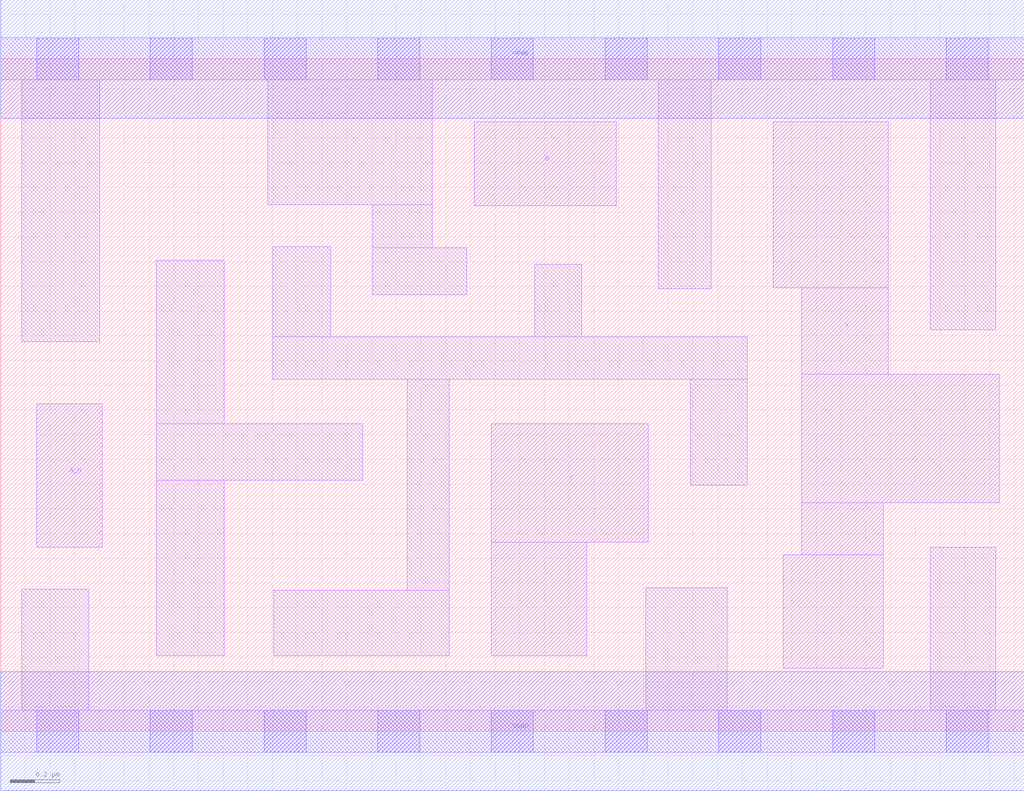
<source format=lef>
# Copyright 2020 The SkyWater PDK Authors
#
# Licensed under the Apache License, Version 2.0 (the "License");
# you may not use this file except in compliance with the License.
# You may obtain a copy of the License at
#
#     https://www.apache.org/licenses/LICENSE-2.0
#
# Unless required by applicable law or agreed to in writing, software
# distributed under the License is distributed on an "AS IS" BASIS,
# WITHOUT WARRANTIES OR CONDITIONS OF ANY KIND, either express or implied.
# See the License for the specific language governing permissions and
# limitations under the License.
#
# SPDX-License-Identifier: Apache-2.0

VERSION 5.7 ;
BUSBITCHARS "[]" ;
DIVIDERCHAR "/" ;
PROPERTYDEFINITIONS
  MACRO maskLayoutSubType STRING ;
  MACRO prCellType STRING ;
  MACRO originalViewName STRING ;
END PROPERTYDEFINITIONS
MACRO sky130_fd_sc_hdll__and3b_2
  ORIGIN  0.000000  0.000000 ;
  CLASS CORE ;
  SYMMETRY X Y R90 ;
  SIZE  4.140000 BY  2.720000 ;
  SITE unithd ;
  PIN A_N
    ANTENNAGATEAREA  0.138600 ;
    DIRECTION INPUT ;
    USE SIGNAL ;
    PORT
      LAYER li1 ;
        RECT 0.145000 0.745000 0.410000 1.325000 ;
    END
  END A_N
  PIN B
    ANTENNAGATEAREA  0.138600 ;
    DIRECTION INPUT ;
    USE SIGNAL ;
    PORT
      LAYER li1 ;
        RECT 1.915000 2.125000 2.490000 2.465000 ;
    END
  END B
  PIN C
    ANTENNAGATEAREA  0.138600 ;
    DIRECTION INPUT ;
    USE SIGNAL ;
    PORT
      LAYER li1 ;
        RECT 1.985000 0.305000 2.370000 0.765000 ;
        RECT 1.985000 0.765000 2.620000 1.245000 ;
    END
  END C
  PIN X
    ANTENNADIFFAREA  0.498000 ;
    DIRECTION OUTPUT ;
    USE SIGNAL ;
    PORT
      LAYER li1 ;
        RECT 3.125000 1.795000 3.590000 2.465000 ;
        RECT 3.165000 0.255000 3.570000 0.715000 ;
        RECT 3.240000 0.715000 3.570000 0.925000 ;
        RECT 3.240000 0.925000 4.040000 1.445000 ;
        RECT 3.240000 1.445000 3.590000 1.795000 ;
    END
  END X
  PIN VGND
    DIRECTION INOUT ;
    USE GROUND ;
    PORT
      LAYER met1 ;
        RECT 0.000000 -0.240000 4.140000 0.240000 ;
    END
  END VGND
  PIN VNB
    DIRECTION INOUT ;
    USE GROUND ;
    PORT
    END
  END VNB
  PIN VPB
    DIRECTION INOUT ;
    USE POWER ;
    PORT
    END
  END VPB
  PIN VPWR
    DIRECTION INOUT ;
    USE POWER ;
    PORT
      LAYER met1 ;
        RECT 0.000000 2.480000 4.140000 2.960000 ;
    END
  END VPWR
  OBS
    LAYER li1 ;
      RECT 0.000000 -0.085000 4.140000 0.085000 ;
      RECT 0.000000  2.635000 4.140000 2.805000 ;
      RECT 0.085000  0.085000 0.355000 0.575000 ;
      RECT 0.085000  1.575000 0.400000 2.635000 ;
      RECT 0.630000  0.305000 0.905000 1.015000 ;
      RECT 0.630000  1.015000 1.465000 1.245000 ;
      RECT 0.630000  1.245000 0.905000 1.905000 ;
      RECT 1.080000  2.130000 1.745000 2.635000 ;
      RECT 1.100000  1.425000 3.020000 1.595000 ;
      RECT 1.100000  1.595000 1.335000 1.960000 ;
      RECT 1.105000  0.305000 1.815000 0.570000 ;
      RECT 1.505000  1.765000 1.885000 1.955000 ;
      RECT 1.505000  1.955000 1.745000 2.130000 ;
      RECT 1.645000  0.570000 1.815000 1.425000 ;
      RECT 2.160000  1.595000 2.350000 1.890000 ;
      RECT 2.610000  0.085000 2.940000 0.580000 ;
      RECT 2.660000  1.790000 2.875000 2.635000 ;
      RECT 2.790000  0.995000 3.020000 1.425000 ;
      RECT 3.760000  0.085000 4.025000 0.745000 ;
      RECT 3.760000  1.625000 4.025000 2.635000 ;
    LAYER mcon ;
      RECT 0.145000 -0.085000 0.315000 0.085000 ;
      RECT 0.145000  2.635000 0.315000 2.805000 ;
      RECT 0.605000 -0.085000 0.775000 0.085000 ;
      RECT 0.605000  2.635000 0.775000 2.805000 ;
      RECT 1.065000 -0.085000 1.235000 0.085000 ;
      RECT 1.065000  2.635000 1.235000 2.805000 ;
      RECT 1.525000 -0.085000 1.695000 0.085000 ;
      RECT 1.525000  2.635000 1.695000 2.805000 ;
      RECT 1.985000 -0.085000 2.155000 0.085000 ;
      RECT 1.985000  2.635000 2.155000 2.805000 ;
      RECT 2.445000 -0.085000 2.615000 0.085000 ;
      RECT 2.445000  2.635000 2.615000 2.805000 ;
      RECT 2.905000 -0.085000 3.075000 0.085000 ;
      RECT 2.905000  2.635000 3.075000 2.805000 ;
      RECT 3.365000 -0.085000 3.535000 0.085000 ;
      RECT 3.365000  2.635000 3.535000 2.805000 ;
      RECT 3.825000 -0.085000 3.995000 0.085000 ;
      RECT 3.825000  2.635000 3.995000 2.805000 ;
  END
  PROPERTY maskLayoutSubType "abstract" ;
  PROPERTY prCellType "standard" ;
  PROPERTY originalViewName "layout" ;
END sky130_fd_sc_hdll__and3b_2
END LIBRARY

</source>
